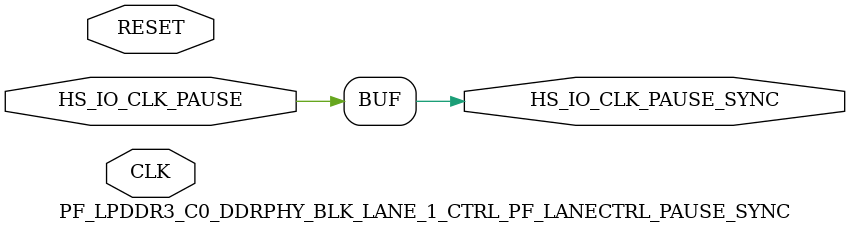
<source format=v>


module PF_LPDDR3_C0_DDRPHY_BLK_LANE_1_CTRL_PF_LANECTRL_PAUSE_SYNC( CLK, RESET, HS_IO_CLK_PAUSE, HS_IO_CLK_PAUSE_SYNC );
	
	input CLK, RESET, HS_IO_CLK_PAUSE;
	output HS_IO_CLK_PAUSE_SYNC;

	parameter ENABLE_PAUSE_EXTENSION = 2'b00;

	reg pause_reg_0, pause_reg_1, pause;
	wire pause_sync_0_i;

	generate 
		if( ENABLE_PAUSE_EXTENSION == 3'b000 ) begin : feed
			assign HS_IO_CLK_PAUSE_SYNC = HS_IO_CLK_PAUSE;
		end else if( ENABLE_PAUSE_EXTENSION == 3'b001 ) begin : pipe
			(* HS_IO_CLK_PAUSE_SYNC = 1, syn_keep = 1 *) SLE pause_sync_0(
				.CLK( CLK ),
				.D( HS_IO_CLK_PAUSE ),
				.Q( pause_sync_0_i ),
				.LAT( 1'b0 ),
				.EN( 1'b1 ),
				.ALn( ~RESET ),
				.ADn( 1'b1 ),
				.SLn( 1'b1 ),
				.SD( 1'b0 )
				);

			(* HS_IO_CLK_PAUSE_SYNC = 1, syn_keep = 1 *) SLE pause_sync (
				.CLK( CLK ),
				.D( pause_sync_0_i ),
				.Q( HS_IO_CLK_PAUSE_SYNC ),
				.LAT( 1'b0 ),
				.EN( 1'b1 ),
				.ALn( ~RESET ),
				.ADn( 1'b1 ),
				.SLn( 1'b1 ),
				.SD( 1'b0 )
				);
		end else if ( ENABLE_PAUSE_EXTENSION == 3'b010 ) begin : ext_pipe
			always @(posedge CLK or posedge RESET) begin : ext
				if( RESET == 1'b1 ) begin
					pause_reg_0 <= 1'b0;
					pause_reg_1 <= 1'b0;
					pause <= 1'b0;
				end else begin
					pause_reg_0 <= HS_IO_CLK_PAUSE;
					pause_reg_1 <= pause_reg_0;
					if( HS_IO_CLK_PAUSE == 1'b0 && pause_reg_0 ==1'b1 && pause_reg_1 == 1'b0 )
						pause <= 1'b1; // Extend by 1 cycle if the pulse is less than a cycle
					else
						pause <= HS_IO_CLK_PAUSE;
				end
			end

			(* HS_IO_CLK_PAUSE_SYNC = 1, syn_keep = 1 *) SLE pause_sync (
				.CLK( CLK ),
				.D( pause ),
				.Q( HS_IO_CLK_PAUSE_SYNC ),
				.LAT( 1'b0 ),
				.EN( 1'b1 ),
				.ALn( ~RESET ),
				.ADn( 1'b1 ),
				.SLn( 1'b1 ),
				.SD( 1'b0 )
				);
		end else if ( ENABLE_PAUSE_EXTENSION == 3'b011 ) begin : pipe_fall 
			(* HS_IO_CLK_PAUSE_SYNC = 1, syn_keep = 1 *) SLE pause_sync_0 (
				.CLK( CLK ),
				.D( HS_IO_CLK_PAUSE ),
				.Q( pause_sync_0_i ),
				.LAT( 1'b0 ),
				.EN( 1'b1 ),
				.ALn( ~RESET ),
				.ADn( 1'b1 ),
				.SLn( 1'b1 ),
				.SD( 1'b0 )
				);

			(* HS_IO_CLK_PAUSE_SYNC = 1, syn_keep = 1 *) SLE pause_sync (
				.CLK( ~CLK ),
				.D( pause_sync_0_i ),
				.Q( HS_IO_CLK_PAUSE_SYNC ),
				.LAT( 1'b0 ),
				.EN( 1'b1 ),
				.ALn( ~RESET ),
				.ADn( 1'b1 ),
				.SLn( 1'b1 ),
				.SD( 1'b0 )
				);
		end else if ( ENABLE_PAUSE_EXTENSION == 3'b100 ) begin : ext_pipe_fall 
			always @(posedge CLK or posedge RESET) begin : ext
				if( RESET == 1'b1 ) begin
					pause_reg_0 <= 1'b0;
					pause_reg_1 <= 1'b0;
					pause <= 1'b0;
				end else begin
					pause_reg_0 <= HS_IO_CLK_PAUSE;
					pause_reg_1 <= pause_reg_0;
					if( HS_IO_CLK_PAUSE == 1'b0 && pause_reg_0 ==1'b1 && pause_reg_1 == 1'b0 )
						pause <= 1'b1; // Extend by 1 cycle if the pulse is less than a cycle
					else
						pause <= HS_IO_CLK_PAUSE;
				end
			end

			(* HS_IO_CLK_PAUSE_SYNC = 1, syn_keep = 1 *) SLE pause_sync (
				.CLK( ~CLK ),
				.D( pause ),
				.Q( HS_IO_CLK_PAUSE_SYNC ),
				.LAT( 1'b0 ),
				.EN( 1'b1 ),
				.ALn( ~RESET ),
				.ADn( 1'b1 ),
				.SLn( 1'b1 ),
				.SD( 1'b0 )
				);
		end
	endgenerate

endmodule
</source>
